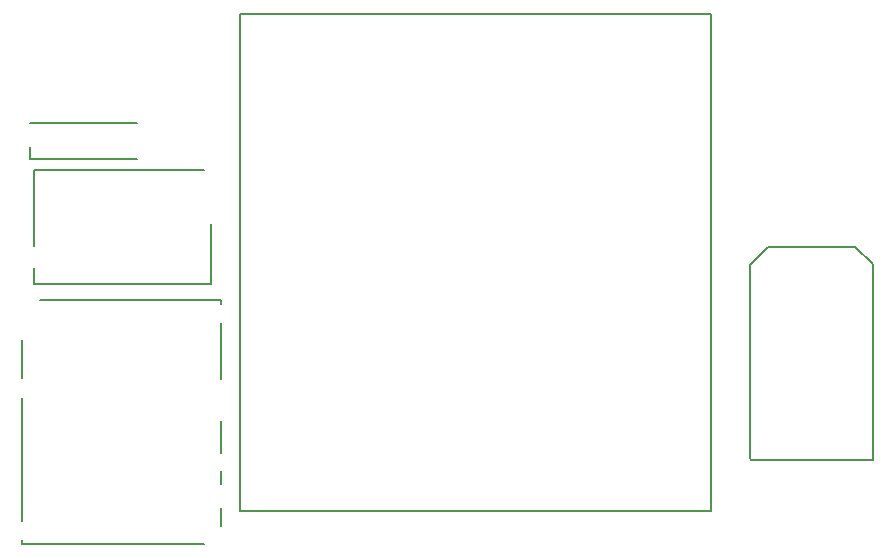
<source format=gbo>
G04 #@! TF.GenerationSoftware,KiCad,Pcbnew,8.0.6-8.0.6-0~ubuntu22.04.1*
G04 #@! TF.CreationDate,2024-11-14T14:23:20+00:00*
G04 #@! TF.ProjectId,hellenbremen,68656c6c-656e-4627-9265-6d656e2e6b69,rev?*
G04 #@! TF.SameCoordinates,Original*
G04 #@! TF.FileFunction,Legend,Bot*
G04 #@! TF.FilePolarity,Positive*
%FSLAX46Y46*%
G04 Gerber Fmt 4.6, Leading zero omitted, Abs format (unit mm)*
G04 Created by KiCad (PCBNEW 8.0.6-8.0.6-0~ubuntu22.04.1) date 2024-11-14 14:23:20*
%MOMM*%
%LPD*%
G01*
G04 APERTURE LIST*
%ADD10C,0.200000*%
G04 APERTURE END LIST*
D10*
G04 #@! TO.C,M3*
X47334999Y69373002D02*
X47334999Y27273002D01*
X47334999Y69373002D02*
X87234998Y69373002D01*
X47334999Y27273002D02*
X87234998Y27272999D01*
X87234998Y69373002D02*
X87234998Y28572999D01*
X87234998Y28572999D02*
X87234998Y27272999D01*
G04 #@! TO.C,M1*
X90480949Y48135039D02*
X90480949Y31787139D01*
X90480949Y31787139D02*
X90615010Y31653078D01*
X90615010Y31653078D02*
X100855594Y31627675D01*
X92006999Y49661089D02*
X90480949Y48135039D01*
X92006999Y49661089D02*
X99431998Y49661089D01*
X99431998Y49661089D02*
X100881998Y48211089D01*
X100881998Y48211089D02*
X100882000Y31654081D01*
X100882000Y31654081D02*
X100855594Y31627675D01*
G04 #@! TO.C,M5*
X29538995Y60199000D02*
X38638995Y60199000D01*
X29538995Y57098997D02*
X29538995Y58098999D01*
X29538995Y57098997D02*
X38638995Y57098997D01*
G04 #@! TO.C,M2*
X28912999Y38556999D02*
X28912999Y41757002D01*
X28912999Y26456999D02*
X28912999Y36857001D01*
X28912999Y24556999D02*
X28912999Y24856999D01*
X28912999Y24556999D02*
X44312999Y24556999D01*
X30412999Y45156997D02*
X45712998Y45156999D01*
X45712996Y38457001D02*
X45712996Y43257001D01*
X45712996Y32256999D02*
X45712996Y34956999D01*
X45712996Y29557001D02*
X45712996Y30657004D01*
X45712996Y26006999D02*
X45713001Y27556999D01*
X45712998Y44857001D02*
X45712998Y45156999D01*
G04 #@! TO.C,M4*
X29888995Y56150499D02*
X29888995Y49750499D01*
X29888995Y46550499D02*
X29888995Y47850499D01*
X29888995Y46550499D02*
X44888995Y46550499D01*
X44288995Y56150499D02*
X29888995Y56150499D01*
X44888995Y46550499D02*
X44888995Y51650499D01*
G04 #@! TD*
M02*

</source>
